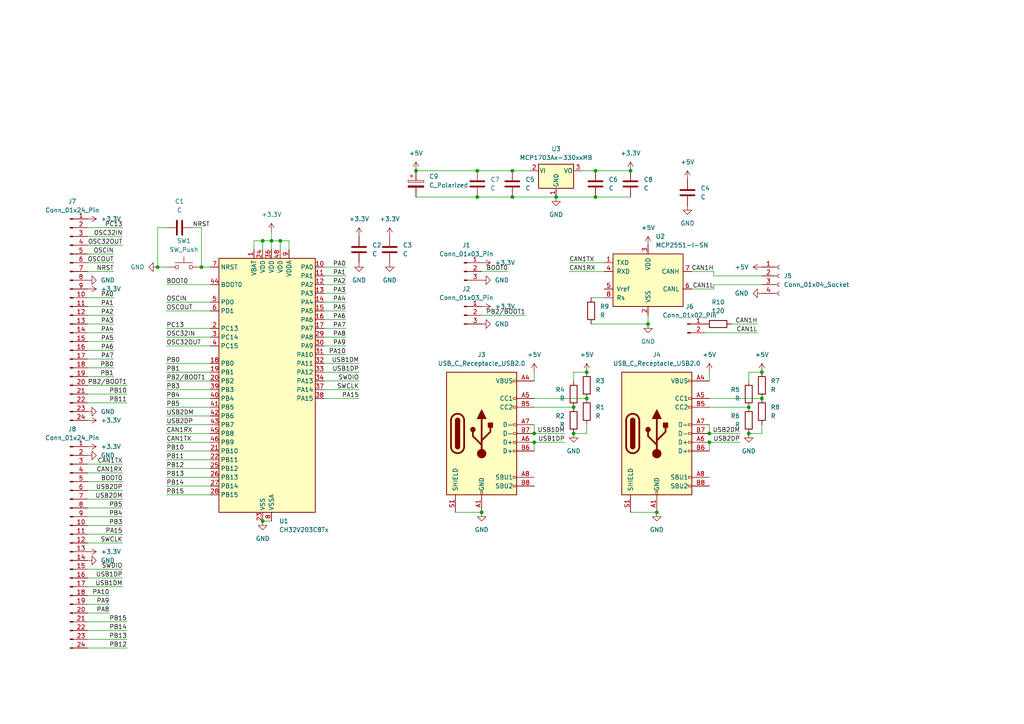
<source format=kicad_sch>
(kicad_sch (version 20230121) (generator eeschema)
  (paper "A4")
  (lib_symbols
    (symbol "Connector:Conn_01x02_Pin" (pin_names (offset 1.016) hide)
      (property "Reference" "J" (at 0 2.54 0))
      (property "Value" "Conn_01x02_Pin" (at 0 -5.08 0))
      (symbol "Conn_01x02_Pin_1_1"
        (polyline (pts (xy 1.27 -2.54) (xy 0.8636 -2.54)) (stroke (width 0.1524)))
        (polyline (pts (xy 1.27 0) (xy 0.8636 0)) (stroke (width 0.1524)))
        (rectangle (start 0.8636 -2.413) (end 0 -2.667) (stroke (width 0.1524)) (fill (type outline)))
        (rectangle (start 0.8636 0.127) (end 0 -0.127) (stroke (width 0.1524)) (fill (type outline)))
        (pin passive line (at 5.08 0 180) (length 3.81) (name "Pin_1") (number "1"))
        (pin passive line (at 5.08 -2.54 180) (length 3.81) (name "Pin_2") (number "2"))
      )
    )
    (symbol "Connector:Conn_01x03_Pin" (pin_names (offset 1.016) hide)
      (property "Reference" "J" (at 0 5.08 0))
      (property "Value" "Conn_01x03_Pin" (at 0 -5.08 0))
      (symbol "Conn_01x03_Pin_1_1"
        (polyline (pts (xy 1.27 -2.54) (xy 0.8636 -2.54)) (stroke (width 0.1524)))
        (polyline (pts (xy 1.27 0) (xy 0.8636 0)) (stroke (width 0.1524)))
        (polyline (pts (xy 1.27 2.54) (xy 0.8636 2.54)) (stroke (width 0.1524)))
        (rectangle (start 0.8636 -2.413) (end 0 -2.667) (stroke (width 0.1524)) (fill (type outline)))
        (rectangle (start 0.8636 0.127) (end 0 -0.127) (stroke (width 0.1524)) (fill (type outline)))
        (rectangle (start 0.8636 2.667) (end 0 2.413) (stroke (width 0.1524)) (fill (type outline)))
        (pin passive line (at 5.08 2.54 180) (length 3.81) (name "Pin_1") (number "1"))
        (pin passive line (at 5.08 0 180) (length 3.81) (name "Pin_2") (number "2"))
        (pin passive line (at 5.08 -2.54 180) (length 3.81) (name "Pin_3") (number "3"))
      )
    )
    (symbol "Connector:Conn_01x04_Socket" (pin_names (offset 1.016) hide)
      (property "Reference" "J" (at 0 5.08 0))
      (property "Value" "Conn_01x04_Socket" (at 0 -7.62 0))
      (symbol "Conn_01x04_Socket_1_1"
        (arc (start 0 -4.572) (mid -0.5058 -5.08) (end 0 -5.588) (stroke (width 0.1524)))
        (arc (start 0 -2.032) (mid -0.5058 -2.54) (end 0 -3.048) (stroke (width 0.1524)))
        (polyline (pts (xy -1.27 -5.08) (xy -0.508 -5.08)) (stroke (width 0.1524)))
        (polyline (pts (xy -1.27 -2.54) (xy -0.508 -2.54)) (stroke (width 0.1524)))
        (polyline (pts (xy -1.27 0) (xy -0.508 0)) (stroke (width 0.1524)))
        (polyline (pts (xy -1.27 2.54) (xy -0.508 2.54)) (stroke (width 0.1524)))
        (arc (start 0 0.508) (mid -0.5058 0) (end 0 -0.508) (stroke (width 0.1524)))
        (arc (start 0 3.048) (mid -0.5058 2.54) (end 0 2.032) (stroke (width 0.1524)))
        (pin passive line (at -5.08 2.54 0) (length 3.81) (name "Pin_1") (number "1"))
        (pin passive line (at -5.08 0 0) (length 3.81) (name "Pin_2") (number "2"))
        (pin passive line (at -5.08 -2.54 0) (length 3.81) (name "Pin_3") (number "3"))
        (pin passive line (at -5.08 -5.08 0) (length 3.81) (name "Pin_4") (number "4"))
      )
    )
    (symbol "Connector:Conn_01x24_Pin" (pin_names (offset 1.016) hide)
      (property "Reference" "J" (at 0 30.48 0))
      (property "Value" "Conn_01x24_Pin" (at 0 -33.02 0))
      (symbol "Conn_01x24_Pin_1_1"
        (polyline (pts (xy 1.27 -30.48) (xy 0.8636 -30.48)) (stroke (width 0.1524)))
        (polyline (pts (xy 1.27 -27.94) (xy 0.8636 -27.94)) (stroke (width 0.1524)))
        (polyline (pts (xy 1.27 -25.4) (xy 0.8636 -25.4)) (stroke (width 0.1524)))
        (polyline (pts (xy 1.27 -22.86) (xy 0.8636 -22.86)) (stroke (width 0.1524)))
        (polyline (pts (xy 1.27 -20.32) (xy 0.8636 -20.32)) (stroke (width 0.1524)))
        (polyline (pts (xy 1.27 -17.78) (xy 0.8636 -17.78)) (stroke (width 0.1524)))
        (polyline (pts (xy 1.27 -15.24) (xy 0.8636 -15.24)) (stroke (width 0.1524)))
        (polyline (pts (xy 1.27 -12.7) (xy 0.8636 -12.7)) (stroke (width 0.1524)))
        (polyline (pts (xy 1.27 -10.16) (xy 0.8636 -10.16)) (stroke (width 0.1524)))
        (polyline (pts (xy 1.27 -7.62) (xy 0.8636 -7.62)) (stroke (width 0.1524)))
        (polyline (pts (xy 1.27 -5.08) (xy 0.8636 -5.08)) (stroke (width 0.1524)))
        (polyline (pts (xy 1.27 -2.54) (xy 0.8636 -2.54)) (stroke (width 0.1524)))
        (polyline (pts (xy 1.27 0) (xy 0.8636 0)) (stroke (width 0.1524)))
        (polyline (pts (xy 1.27 2.54) (xy 0.8636 2.54)) (stroke (width 0.1524)))
        (polyline (pts (xy 1.27 5.08) (xy 0.8636 5.08)) (stroke (width 0.1524)))
        (polyline (pts (xy 1.27 7.62) (xy 0.8636 7.62)) (stroke (width 0.1524)))
        (polyline (pts (xy 1.27 10.16) (xy 0.8636 10.16)) (stroke (width 0.1524)))
        (polyline (pts (xy 1.27 12.7) (xy 0.8636 12.7)) (stroke (width 0.1524)))
        (polyline (pts (xy 1.27 15.24) (xy 0.8636 15.24)) (stroke (width 0.1524)))
        (polyline (pts (xy 1.27 17.78) (xy 0.8636 17.78)) (stroke (width 0.1524)))
        (polyline (pts (xy 1.27 20.32) (xy 0.8636 20.32)) (stroke (width 0.1524)))
        (polyline (pts (xy 1.27 22.86) (xy 0.8636 22.86)) (stroke (width 0.1524)))
        (polyline (pts (xy 1.27 25.4) (xy 0.8636 25.4)) (stroke (width 0.1524)))
        (polyline (pts (xy 1.27 27.94) (xy 0.8636 27.94)) (stroke (width 0.1524)))
        (rectangle (start 0.8636 -30.353) (end 0 -30.607) (stroke (width 0.1524)) (fill (type outline)))
        (rectangle (start 0.8636 -27.813) (end 0 -28.067) (stroke (width 0.1524)) (fill (type outline)))
        (rectangle (start 0.8636 -25.273) (end 0 -25.527) (stroke (width 0.1524)) (fill (type outline)))
        (rectangle (start 0.8636 -22.733) (end 0 -22.987) (stroke (width 0.1524)) (fill (type outline)))
        (rectangle (start 0.8636 -20.193) (end 0 -20.447) (stroke (width 0.1524)) (fill (type outline)))
        (rectangle (start 0.8636 -17.653) (end 0 -17.907) (stroke (width 0.1524)) (fill (type outline)))
        (rectangle (start 0.8636 -15.113) (end 0 -15.367) (stroke (width 0.1524)) (fill (type outline)))
        (rectangle (start 0.8636 -12.573) (end 0 -12.827) (stroke (width 0.1524)) (fill (type outline)))
        (rectangle (start 0.8636 -10.033) (end 0 -10.287) (stroke (width 0.1524)) (fill (type outline)))
        (rectangle (start 0.8636 -7.493) (end 0 -7.747) (stroke (width 0.1524)) (fill (type outline)))
        (rectangle (start 0.8636 -4.953) (end 0 -5.207) (stroke (width 0.1524)) (fill (type outline)))
        (rectangle (start 0.8636 -2.413) (end 0 -2.667) (stroke (width 0.1524)) (fill (type outline)))
        (rectangle (start 0.8636 0.127) (end 0 -0.127) (stroke (width 0.1524)) (fill (type outline)))
        (rectangle (start 0.8636 2.667) (end 0 2.413) (stroke (width 0.1524)) (fill (type outline)))
        (rectangle (start 0.8636 5.207) (end 0 4.953) (stroke (width 0.1524)) (fill (type outline)))
        (rectangle (start 0.8636 7.747) (end 0 7.493) (stroke (width 0.1524)) (fill (type outline)))
        (rectangle (start 0.8636 10.287) (end 0 10.033) (stroke (width 0.1524)) (fill (type outline)))
        (rectangle (start 0.8636 12.827) (end 0 12.573) (stroke (width 0.1524)) (fill (type outline)))
        (rectangle (start 0.8636 15.367) (end 0 15.113) (stroke (width 0.1524)) (fill (type outline)))
        (rectangle (start 0.8636 17.907) (end 0 17.653) (stroke (width 0.1524)) (fill (type outline)))
        (rectangle (start 0.8636 20.447) (end 0 20.193) (stroke (width 0.1524)) (fill (type outline)))
        (rectangle (start 0.8636 22.987) (end 0 22.733) (stroke (width 0.1524)) (fill (type outline)))
        (rectangle (start 0.8636 25.527) (end 0 25.273) (stroke (width 0.1524)) (fill (type outline)))
        (rectangle (start 0.8636 28.067) (end 0 27.813) (stroke (width 0.1524)) (fill (type outline)))
        (pin passive line (at 5.08 27.94 180) (length 3.81) (name "Pin_1") (number "1"))
        (pin passive line (at 5.08 5.08 180) (length 3.81) (name "Pin_10") (number "10"))
        (pin passive line (at 5.08 2.54 180) (length 3.81) (name "Pin_11") (number "11"))
        (pin passive line (at 5.08 0 180) (length 3.81) (name "Pin_12") (number "12"))
        (pin passive line (at 5.08 -2.54 180) (length 3.81) (name "Pin_13") (number "13"))
        (pin passive line (at 5.08 -5.08 180) (length 3.81) (name "Pin_14") (number "14"))
        (pin passive line (at 5.08 -7.62 180) (length 3.81) (name "Pin_15") (number "15"))
        (pin passive line (at 5.08 -10.16 180) (length 3.81) (name "Pin_16") (number "16"))
        (pin passive line (at 5.08 -12.7 180) (length 3.81) (name "Pin_17") (number "17"))
        (pin passive line (at 5.08 -15.24 180) (length 3.81) (name "Pin_18") (number "18"))
        (pin passive line (at 5.08 -17.78 180) (length 3.81) (name "Pin_19") (number "19"))
        (pin passive line (at 5.08 25.4 180) (length 3.81) (name "Pin_2") (number "2"))
        (pin passive line (at 5.08 -20.32 180) (length 3.81) (name "Pin_20") (number "20"))
        (pin passive line (at 5.08 -22.86 180) (length 3.81) (name "Pin_21") (number "21"))
        (pin passive line (at 5.08 -25.4 180) (length 3.81) (name "Pin_22") (number "22"))
        (pin passive line (at 5.08 -27.94 180) (length 3.81) (name "Pin_23") (number "23"))
        (pin passive line (at 5.08 -30.48 180) (length 3.81) (name "Pin_24") (number "24"))
        (pin passive line (at 5.08 22.86 180) (length 3.81) (name "Pin_3") (number "3"))
        (pin passive line (at 5.08 20.32 180) (length 3.81) (name "Pin_4") (number "4"))
        (pin passive line (at 5.08 17.78 180) (length 3.81) (name "Pin_5") (number "5"))
        (pin passive line (at 5.08 15.24 180) (length 3.81) (name "Pin_6") (number "6"))
        (pin passive line (at 5.08 12.7 180) (length 3.81) (name "Pin_7") (number "7"))
        (pin passive line (at 5.08 10.16 180) (length 3.81) (name "Pin_8") (number "8"))
        (pin passive line (at 5.08 7.62 180) (length 3.81) (name "Pin_9") (number "9"))
      )
    )
    (symbol "Connector:USB_C_Receptacle_USB2.0" (pin_names (offset 1.016))
      (property "Reference" "J" (at -10.16 19.05 0))
      (property "Value" "USB_C_Receptacle_USB2.0" (at 19.05 19.05 0))
      (symbol "USB_C_Receptacle_USB2.0_0_0"
        (rectangle (start -0.254 -17.78) (end 0.254 -16.764))
        (rectangle (start 10.16 -14.986) (end 9.144 -15.494))
        (rectangle (start 10.16 -12.446) (end 9.144 -12.954))
        (rectangle (start 10.16 -4.826) (end 9.144 -5.334))
        (rectangle (start 10.16 -2.286) (end 9.144 -2.794))
        (rectangle (start 10.16 0.254) (end 9.144 -0.254))
        (rectangle (start 10.16 2.794) (end 9.144 2.286))
        (rectangle (start 10.16 7.874) (end 9.144 7.366))
        (rectangle (start 10.16 10.414) (end 9.144 9.906))
        (rectangle (start 10.16 15.494) (end 9.144 14.986))
      )
      (symbol "USB_C_Receptacle_USB2.0_0_1"
        (rectangle (start -10.16 17.78) (end 10.16 -17.78) (stroke (width 0.254)) (fill (type background)))
        (arc (start -8.89 -3.81) (mid -6.985 -5.7067) (end -5.08 -3.81) (stroke (width 0.508)))
        (arc (start -7.62 -3.81) (mid -6.985 -4.4423) (end -6.35 -3.81) (stroke (width 0.254)))
        (arc (start -7.62 -3.81) (mid -6.985 -4.4423) (end -6.35 -3.81) (stroke (width 0.254)) (fill (type outline)))
        (rectangle (start -7.62 -3.81) (end -6.35 3.81) (stroke (width 0.254)) (fill (type outline)))
        (arc (start -6.35 3.81) (mid -6.985 4.4423) (end -7.62 3.81) (stroke (width 0.254)))
        (arc (start -6.35 3.81) (mid -6.985 4.4423) (end -7.62 3.81) (stroke (width 0.254)) (fill (type outline)))
        (arc (start -5.08 3.81) (mid -6.985 5.7067) (end -8.89 3.81) (stroke (width 0.508)))
        (circle (center -2.54 1.143) (radius 0.635) (stroke (width 0.254)) (fill (type outline)))
        (circle (center 0 -5.842) (radius 1.27) (fill (type outline)))
        (polyline (pts (xy -8.89 -3.81) (xy -8.89 3.81)) (stroke (width 0.508)))
        (polyline (pts (xy -5.08 3.81) (xy -5.08 -3.81)) (stroke (width 0.508)))
        (polyline (pts (xy 0 -5.842) (xy 0 4.318)) (stroke (width 0.508)))
        (polyline (pts (xy 0 -3.302) (xy -2.54 -0.762) (xy -2.54 0.508)) (stroke (width 0.508)))
        (polyline (pts (xy 0 -2.032) (xy 2.54 0.508) (xy 2.54 1.778)) (stroke (width 0.508)))
        (polyline (pts (xy -1.27 4.318) (xy 0 6.858) (xy 1.27 4.318) (xy -1.27 4.318)) (stroke (width 0.254)) (fill (type outline)))
        (rectangle (start 1.905 1.778) (end 3.175 3.048) (stroke (width 0.254)) (fill (type outline)))
      )
      (symbol "USB_C_Receptacle_USB2.0_1_1"
        (pin passive line (at 0 -22.86 90) (length 5.08) (name "GND") (number "A1"))
        (pin passive line (at 0 -22.86 90) (length 5.08) hide (name "GND") (number "A12"))
        (pin passive line (at 15.24 15.24 180) (length 5.08) (name "VBUS") (number "A4"))
        (pin bidirectional line (at 15.24 10.16 180) (length 5.08) (name "CC1") (number "A5"))
        (pin bidirectional line (at 15.24 -2.54 180) (length 5.08) (name "D+") (number "A6"))
        (pin bidirectional line (at 15.24 2.54 180) (length 5.08) (name "D-") (number "A7"))
        (pin bidirectional line (at 15.24 -12.7 180) (length 5.08) (name "SBU1") (number "A8"))
        (pin passive line (at 15.24 15.24 180) (length 5.08) hide (name "VBUS") (number "A9"))
        (pin passive line (at 0 -22.86 90) (length 5.08) hide (name "GND") (number "B1"))
        (pin passive line (at 0 -22.86 90) (length 5.08) hide (name "GND") (number "B12"))
        (pin passive line (at 15.24 15.24 180) (length 5.08) hide (name "VBUS") (number "B4"))
        (pin bidirectional line (at 15.24 7.62 180) (length 5.08) (name "CC2") (number "B5"))
        (pin bidirectional line (at 15.24 -5.08 180) (length 5.08) (name "D+") (number "B6"))
        (pin bidirectional line (at 15.24 0 180) (length 5.08) (name "D-") (number "B7"))
        (pin bidirectional line (at 15.24 -15.24 180) (length 5.08) (name "SBU2") (number "B8"))
        (pin passive line (at 15.24 15.24 180) (length 5.08) hide (name "VBUS") (number "B9"))
        (pin passive line (at -7.62 -22.86 90) (length 5.08) (name "SHIELD") (number "S1"))
      )
    )
    (symbol "Device:C" (pin_numbers hide) (pin_names (offset 0.254))
      (property "Reference" "C" (at 0.635 2.54 0))
      (property "Value" "C" (at 0.635 -2.54 0))
      (symbol "C_0_1"
        (polyline (pts (xy -2.032 -0.762) (xy 2.032 -0.762)) (stroke (width 0.508)))
        (polyline (pts (xy -2.032 0.762) (xy 2.032 0.762)) (stroke (width 0.508)))
      )
      (symbol "C_1_1"
        (pin passive line (at 0 3.81 270) (length 2.794) (name "~") (number "1"))
        (pin passive line (at 0 -3.81 90) (length 2.794) (name "~") (number "2"))
      )
    )
    (symbol "Device:C_Polarized" (pin_numbers hide) (pin_names (offset 0.254))
      (property "Reference" "C" (at 0.635 2.54 0))
      (property "Value" "C_Polarized" (at 0.635 -2.54 0))
      (symbol "C_Polarized_0_1"
        (rectangle (start -2.286 0.508) (end 2.286 1.016))
        (polyline (pts (xy -1.778 2.286) (xy -0.762 2.286)))
        (polyline (pts (xy -1.27 2.794) (xy -1.27 1.778)))
        (rectangle (start 2.286 -0.508) (end -2.286 -1.016) (fill (type outline)))
      )
      (symbol "C_Polarized_1_1"
        (pin passive line (at 0 3.81 270) (length 2.794) (name "~") (number "1"))
        (pin passive line (at 0 -3.81 90) (length 2.794) (name "~") (number "2"))
      )
    )
    (symbol "Device:R" (pin_numbers hide) (pin_names (offset 0))
      (property "Reference" "R" (at 2.032 0 90))
      (property "Value" "R" (at 0 0 90))
      (symbol "R_0_1"
        (rectangle (start -1.016 -2.54) (end 1.016 2.54) (stroke (width 0.254)))
      )
      (symbol "R_1_1"
        (pin passive line (at 0 3.81 270) (length 1.27) (name "~") (number "1"))
        (pin passive line (at 0 -3.81 90) (length 1.27) (name "~") (number "2"))
      )
    )
    (symbol "Interface_CAN_LIN:MCP2551-I-SN" (pin_names (offset 1.016))
      (property "Reference" "U" (at -10.16 8.89 0))
      (property "Value" "MCP2551-I-SN" (at 2.54 8.89 0))
      (symbol "MCP2551-I-SN_0_1"
        (rectangle (start -10.16 7.62) (end 10.16 -7.62) (stroke (width 0.254)) (fill (type background)))
      )
      (symbol "MCP2551-I-SN_1_1"
        (pin input line (at -12.7 5.08 0) (length 2.54) (name "TXD") (number "1"))
        (pin power_in line (at 0 -10.16 90) (length 2.54) (name "VSS") (number "2"))
        (pin power_in line (at 0 10.16 270) (length 2.54) (name "VDD") (number "3"))
        (pin output line (at -12.7 2.54 0) (length 2.54) (name "RXD") (number "4"))
        (pin power_out line (at -12.7 -2.54 0) (length 2.54) (name "Vref") (number "5"))
        (pin bidirectional line (at 12.7 -2.54 180) (length 2.54) (name "CANL") (number "6"))
        (pin bidirectional line (at 12.7 2.54 180) (length 2.54) (name "CANH") (number "7"))
        (pin input line (at -12.7 -5.08 0) (length 2.54) (name "Rs") (number "8"))
      )
    )
    (symbol "MCU_WCH_CH32:CH32V203C8Tx"
      (property "Reference" "U" (at -12.7 39.37 0))
      (property "Value" "CH32V203C8Tx" (at 10.16 39.37 0))
      (symbol "CH32V203C8Tx_0_1"
        (rectangle (start -12.7 -35.56) (end 15.24 38.1) (stroke (width 0.254)) (fill (type background)))
      )
      (symbol "CH32V203C8Tx_1_1"
        (pin power_in line (at -2.54 40.64 270) (length 2.54) (name "VBAT") (number "1"))
        (pin bidirectional line (at 17.78 35.56 180) (length 2.54) (name "PA0") (number "10"))
        (pin bidirectional line (at 17.78 33.02 180) (length 2.54) (name "PA1") (number "11"))
        (pin bidirectional line (at 17.78 30.48 180) (length 2.54) (name "PA2") (number "12"))
        (pin bidirectional line (at 17.78 27.94 180) (length 2.54) (name "PA3") (number "13"))
        (pin bidirectional line (at 17.78 25.4 180) (length 2.54) (name "PA4") (number "14"))
        (pin bidirectional line (at 17.78 22.86 180) (length 2.54) (name "PA5") (number "15"))
        (pin bidirectional line (at 17.78 20.32 180) (length 2.54) (name "PA6") (number "16"))
        (pin bidirectional line (at 17.78 17.78 180) (length 2.54) (name "PA7") (number "17"))
        (pin bidirectional line (at -15.24 7.62 0) (length 2.54) (name "PB0") (number "18"))
        (pin bidirectional line (at -15.24 5.08 0) (length 2.54) (name "PB1") (number "19"))
        (pin bidirectional line (at -15.24 17.78 0) (length 2.54) (name "PC13") (number "2"))
        (pin bidirectional line (at -15.24 2.54 0) (length 2.54) (name "PB2") (number "20"))
        (pin bidirectional line (at -15.24 -17.78 0) (length 2.54) (name "PB10") (number "21"))
        (pin bidirectional line (at -15.24 -20.32 0) (length 2.54) (name "PB11") (number "22"))
        (pin power_in line (at 0 -38.1 90) (length 2.54) (name "VSS") (number "23"))
        (pin power_in line (at 0 40.64 270) (length 2.54) (name "VDD") (number "24"))
        (pin bidirectional line (at -15.24 -22.86 0) (length 2.54) (name "PB12") (number "25"))
        (pin bidirectional line (at -15.24 -25.4 0) (length 2.54) (name "PB13") (number "26"))
        (pin bidirectional line (at -15.24 -27.94 0) (length 2.54) (name "PB14") (number "27"))
        (pin bidirectional line (at -15.24 -30.48 0) (length 2.54) (name "PB15") (number "28"))
        (pin bidirectional line (at 17.78 15.24 180) (length 2.54) (name "PA8") (number "29"))
        (pin bidirectional line (at -15.24 15.24 0) (length 2.54) (name "PC14") (number "3"))
        (pin bidirectional line (at 17.78 12.7 180) (length 2.54) (name "PA9") (number "30"))
        (pin bidirectional line (at 17.78 10.16 180) (length 2.54) (name "PA10") (number "31"))
        (pin bidirectional line (at 17.78 7.62 180) (length 2.54) (name "PA11") (number "32"))
        (pin bidirectional line (at 17.78 5.08 180) (length 2.54) (name "PA12") (number "33"))
        (pin bidirectional line (at 17.78 2.54 180) (length 2.54) (name "PA13") (number "34"))
        (pin passive line (at 0 -38.1 90) (length 2.54) hide (name "VSS") (number "35"))
        (pin power_in line (at 2.54 40.64 270) (length 2.54) (name "VDD") (number "36"))
        (pin bidirectional line (at 17.78 0 180) (length 2.54) (name "PA14") (number "37"))
        (pin bidirectional line (at 17.78 -2.54 180) (length 2.54) (name "PA15") (number "38"))
        (pin bidirectional line (at -15.24 0 0) (length 2.54) (name "PB3") (number "39"))
        (pin bidirectional line (at -15.24 12.7 0) (length 2.54) (name "PC15") (number "4"))
        (pin bidirectional line (at -15.24 -2.54 0) (length 2.54) (name "PB4") (number "40"))
        (pin bidirectional line (at -15.24 -5.08 0) (length 2.54) (name "PB5") (number "41"))
        (pin bidirectional line (at -15.24 -7.62 0) (length 2.54) (name "PB6") (number "42"))
        (pin bidirectional line (at -15.24 -10.16 0) (length 2.54) (name "PB7") (number "43"))
        (pin input line (at -15.24 30.48 0) (length 2.54) (name "BOOT0") (number "44"))
        (pin bidirectional line (at -15.24 -12.7 0) (length 2.54) (name "PB8") (number "45"))
        (pin bidirectional line (at -15.24 -15.24 0) (length 2.54) (name "PB9") (number "46"))
        (pin passive line (at 0 -38.1 90) (length 2.54) hide (name "VSS") (number "47"))
        (pin power_in line (at 5.08 40.64 270) (length 2.54) (name "VDD") (number "48"))
        (pin passive line (at 0 -38.1 90) (length 2.54) hide (name "VSS") (number "49"))
        (pin bidirectional line (at -15.24 25.4 0) (length 2.54) (name "PD0") (number "5"))
        (pin bidirectional line (at -15.24 22.86 0) (length 2.54) (name "PD1") (number "6"))
        (pin input line (at -15.24 35.56 0) (length 2.54) (name "NRST") (number "7"))
        (pin power_in line (at 2.54 -38.1 90) (length 2.54) (name "VSSA") (number "8"))
        (pin power_in line (at 7.62 40.64 270) (length 2.54) (name "VDDA") (number "9"))
      )
    )
    (symbol "Regulator_Linear:MCP1703Ax-330xxMB" (pin_names (offset 0.254))
      (property "Reference" "U" (at -3.81 3.175 0))
      (property "Value" "MCP1703Ax-330xxMB" (at 0 3.175 0))
      (symbol "MCP1703Ax-330xxMB_0_1"
        (rectangle (start -5.08 -5.08) (end 5.08 1.905) (stroke (width 0.254)) (fill (type background)))
      )
      (symbol "MCP1703Ax-330xxMB_1_1"
        (pin power_in line (at 0 -7.62 90) (length 2.54) (name "GND") (number "1"))
        (pin power_in line (at -7.62 0 0) (length 2.54) (name "VI") (number "2"))
        (pin power_out line (at 7.62 0 180) (length 2.54) (name "VO") (number "3"))
      )
    )
    (symbol "Switch:SW_Push" (pin_numbers hide) (pin_names (offset 1.016) hide)
      (property "Reference" "SW" (at 1.27 2.54 0))
      (property "Value" "SW_Push" (at 0 -1.524 0))
      (symbol "SW_Push_0_1"
        (circle (center -2.032 0) (radius 0.508))
        (polyline (pts (xy 0 1.27) (xy 0 3.048)))
        (polyline (pts (xy 2.54 1.27) (xy -2.54 1.27)))
        (circle (center 2.032 0) (radius 0.508))
        (pin passive line (at -5.08 0 0) (length 2.54) (name "1") (number "1"))
        (pin passive line (at 5.08 0 180) (length 2.54) (name "2") (number "2"))
      )
    )
    (symbol "power:+3.3V" (power) (pin_names (offset 0))
      (property "Value" "+3.3V" (at 0 3.556 0))
      (symbol "+3.3V_0_1"
        (polyline (pts (xy -0.762 1.27) (xy 0 2.54)))
        (polyline (pts (xy 0 0) (xy 0 2.54)))
        (polyline (pts (xy 0 2.54) (xy 0.762 1.27)))
      )
      (symbol "+3.3V_1_1"
        (pin power_in line (at 0 0 90) (length 0) hide (name "+3.3V") (number "1"))
      )
    )
    (symbol "power:+5V" (power) (pin_names (offset 0))
      (property "Value" "+5V" (at 0 3.556 0))
      (symbol "+5V_0_1"
        (polyline (pts (xy -0.762 1.27) (xy 0 2.54)))
        (polyline (pts (xy 0 0) (xy 0 2.54)))
        (polyline (pts (xy 0 2.54) (xy 0.762 1.27)))
      )
      (symbol "+5V_1_1"
        (pin power_in line (at 0 0 90) (length 0) hide (name "+5V") (number "1"))
      )
    )
    (symbol "power:GND" (power) (pin_names (offset 0))
      (property "Value" "GND" (at 0 -3.81 0))
      (symbol "GND_0_1"
        (polyline (pts (xy 0 0) (xy 0 -1.27) (xy 1.27 -1.27) (xy 0 -2.54) (xy -1.27 -1.27) (xy 0 -1.27)))
      )
      (symbol "GND_1_1"
        (pin power_in line (at 0 0 270) (length 0) hide (name "GND") (number "1"))
      )
    )
  )
  (junction (at 170.18 107.95))
  (junction (at 205.74 128.27))
  (junction (at 76.2 151.13))
  (junction (at 148.59 57.15))
  (junction (at 172.72 49.53))
  (junction (at 217.17 125.73))
  (junction (at 154.94 125.73))
  (junction (at 217.17 118.11))
  (junction (at 205.74 125.73))
  (junction (at 58.42 77.47))
  (junction (at 120.65 49.53))
  (junction (at 139.7 148.59))
  (junction (at 220.98 107.95))
  (junction (at 138.43 49.53))
  (junction (at 220.98 115.57))
  (junction (at 182.88 49.53))
  (junction (at 138.43 57.15))
  (junction (at 166.37 125.73))
  (junction (at 161.29 57.15))
  (junction (at 172.72 57.15))
  (junction (at 190.5 148.59))
  (junction (at 76.2 69.85))
  (junction (at 45.72 77.47))
  (junction (at 187.96 93.98))
  (junction (at 78.74 69.85))
  (junction (at 81.28 69.85))
  (junction (at 170.18 115.57))
  (junction (at 154.94 128.27))
  (junction (at 166.37 118.11))
  (junction (at 148.59 49.53))
  (wire (pts (xy 207.01 78.74) (xy 207.01 80.01)))
  (wire (pts (xy 36.83 116.84) (xy 25.4 116.84)))
  (wire (pts (xy 48.26 128.27) (xy 60.96 128.27)))
  (wire (pts (xy 48.26 115.57) (xy 60.96 115.57)))
  (wire (pts (xy 214.63 128.27) (xy 205.74 128.27)))
  (wire (pts (xy 33.02 104.14) (xy 25.4 104.14)))
  (wire (pts (xy 35.56 66.04) (xy 25.4 66.04)))
  (wire (pts (xy 207.01 80.01) (xy 220.98 80.01)))
  (wire (pts (xy 48.26 140.97) (xy 60.96 140.97)))
  (wire (pts (xy 100.33 97.79) (xy 93.98 97.79)))
  (wire (pts (xy 78.74 67.31) (xy 78.74 69.85)))
  (wire (pts (xy 48.26 95.25) (xy 60.96 95.25)))
  (wire (pts (xy 207.01 83.82) (xy 200.66 83.82)))
  (wire (pts (xy 76.2 69.85) (xy 78.74 69.85)))
  (wire (pts (xy 148.59 57.15) (xy 161.29 57.15)))
  (wire (pts (xy 76.2 69.85) (xy 76.2 72.39)))
  (wire (pts (xy 170.18 107.95) (xy 166.37 107.95)))
  (wire (pts (xy 36.83 182.88) (xy 25.4 182.88)))
  (wire (pts (xy 35.56 147.32) (xy 25.4 147.32)))
  (wire (pts (xy 48.26 120.65) (xy 60.96 120.65)))
  (wire (pts (xy 45.72 66.04) (xy 45.72 77.47)))
  (wire (pts (xy 48.26 97.79) (xy 60.96 97.79)))
  (wire (pts (xy 35.56 144.78) (xy 25.4 144.78)))
  (wire (pts (xy 182.88 148.59) (xy 190.5 148.59)))
  (wire (pts (xy 31.75 177.8) (xy 25.4 177.8)))
  (wire (pts (xy 48.26 113.03) (xy 60.96 113.03)))
  (wire (pts (xy 205.74 115.57) (xy 220.98 115.57)))
  (wire (pts (xy 36.83 185.42) (xy 25.4 185.42)))
  (wire (pts (xy 48.26 130.81) (xy 60.96 130.81)))
  (wire (pts (xy 100.33 80.01) (xy 93.98 80.01)))
  (wire (pts (xy 48.26 138.43) (xy 60.96 138.43)))
  (wire (pts (xy 36.83 111.76) (xy 25.4 111.76)))
  (wire (pts (xy 33.02 88.9) (xy 25.4 88.9)))
  (wire (pts (xy 33.02 78.74) (xy 25.4 78.74)))
  (wire (pts (xy 31.75 172.72) (xy 25.4 172.72)))
  (wire (pts (xy 35.56 154.94) (xy 25.4 154.94)))
  (wire (pts (xy 35.56 71.12) (xy 25.4 71.12)))
  (wire (pts (xy 36.83 180.34) (xy 25.4 180.34)))
  (wire (pts (xy 33.02 99.06) (xy 25.4 99.06)))
  (wire (pts (xy 78.74 69.85) (xy 78.74 72.39)))
  (wire (pts (xy 138.43 49.53) (xy 148.59 49.53)))
  (wire (pts (xy 35.56 157.48) (xy 25.4 157.48)))
  (wire (pts (xy 58.42 66.04) (xy 58.42 77.47)))
  (wire (pts (xy 166.37 118.11) (xy 154.94 118.11)))
  (wire (pts (xy 48.26 123.19) (xy 60.96 123.19)))
  (wire (pts (xy 100.33 90.17) (xy 93.98 90.17)))
  (wire (pts (xy 35.56 134.62) (xy 25.4 134.62)))
  (wire (pts (xy 33.02 86.36) (xy 25.4 86.36)))
  (wire (pts (xy 166.37 125.73) (xy 170.18 125.73)))
  (wire (pts (xy 73.66 72.39) (xy 73.66 69.85)))
  (wire (pts (xy 152.4 91.44) (xy 139.7 91.44)))
  (wire (pts (xy 154.94 123.19) (xy 154.94 125.73)))
  (wire (pts (xy 104.14 105.41) (xy 93.98 105.41)))
  (wire (pts (xy 207.01 82.55) (xy 220.98 82.55)))
  (wire (pts (xy 55.88 66.04) (xy 58.42 66.04)))
  (wire (pts (xy 148.59 49.53) (xy 153.67 49.53)))
  (wire (pts (xy 205.74 123.19) (xy 205.74 125.73)))
  (wire (pts (xy 205.74 128.27) (xy 205.74 130.81)))
  (wire (pts (xy 171.45 86.36) (xy 175.26 86.36)))
  (wire (pts (xy 35.56 165.1) (xy 25.4 165.1)))
  (wire (pts (xy 120.65 49.53) (xy 138.43 49.53)))
  (wire (pts (xy 163.83 128.27) (xy 154.94 128.27)))
  (wire (pts (xy 33.02 91.44) (xy 25.4 91.44)))
  (wire (pts (xy 104.14 113.03) (xy 93.98 113.03)))
  (wire (pts (xy 36.83 114.3) (xy 25.4 114.3)))
  (wire (pts (xy 48.26 143.51) (xy 60.96 143.51)))
  (wire (pts (xy 100.33 77.47) (xy 93.98 77.47)))
  (wire (pts (xy 48.26 82.55) (xy 60.96 82.55)))
  (wire (pts (xy 48.26 66.04) (xy 45.72 66.04)))
  (wire (pts (xy 187.96 93.98) (xy 171.45 93.98)))
  (wire (pts (xy 219.71 93.98) (xy 212.09 93.98)))
  (wire (pts (xy 100.33 100.33) (xy 93.98 100.33)))
  (wire (pts (xy 132.08 148.59) (xy 139.7 148.59)))
  (wire (pts (xy 48.26 135.89) (xy 60.96 135.89)))
  (wire (pts (xy 154.94 107.95) (xy 154.94 110.49)))
  (wire (pts (xy 83.82 69.85) (xy 83.82 72.39)))
  (wire (pts (xy 58.42 77.47) (xy 60.96 77.47)))
  (wire (pts (xy 36.83 187.96) (xy 25.4 187.96)))
  (wire (pts (xy 35.56 137.16) (xy 25.4 137.16)))
  (wire (pts (xy 100.33 92.71) (xy 93.98 92.71)))
  (wire (pts (xy 48.26 118.11) (xy 60.96 118.11)))
  (wire (pts (xy 217.17 125.73) (xy 220.98 125.73)))
  (wire (pts (xy 214.63 125.73) (xy 205.74 125.73)))
  (wire (pts (xy 154.94 128.27) (xy 154.94 130.81)))
  (wire (pts (xy 219.71 96.52) (xy 204.47 96.52)))
  (wire (pts (xy 104.14 107.95) (xy 93.98 107.95)))
  (wire (pts (xy 48.26 133.35) (xy 60.96 133.35)))
  (wire (pts (xy 165.1 76.2) (xy 175.26 76.2)))
  (wire (pts (xy 33.02 76.2) (xy 25.4 76.2)))
  (wire (pts (xy 163.83 125.73) (xy 154.94 125.73)))
  (wire (pts (xy 35.56 152.4) (xy 25.4 152.4)))
  (wire (pts (xy 165.1 78.74) (xy 175.26 78.74)))
  (wire (pts (xy 35.56 139.7) (xy 25.4 139.7)))
  (wire (pts (xy 154.94 115.57) (xy 170.18 115.57)))
  (wire (pts (xy 217.17 118.11) (xy 205.74 118.11)))
  (wire (pts (xy 48.26 107.95) (xy 60.96 107.95)))
  (wire (pts (xy 100.33 95.25) (xy 93.98 95.25)))
  (wire (pts (xy 100.33 85.09) (xy 93.98 85.09)))
  (wire (pts (xy 35.56 149.86) (xy 25.4 149.86)))
  (wire (pts (xy 48.26 90.17) (xy 60.96 90.17)))
  (wire (pts (xy 81.28 69.85) (xy 81.28 72.39)))
  (wire (pts (xy 35.56 170.18) (xy 25.4 170.18)))
  (wire (pts (xy 220.98 125.73) (xy 220.98 123.19)))
  (wire (pts (xy 147.32 78.74) (xy 139.7 78.74)))
  (wire (pts (xy 220.98 107.95) (xy 217.17 107.95)))
  (wire (pts (xy 172.72 57.15) (xy 182.88 57.15)))
  (wire (pts (xy 48.26 100.33) (xy 60.96 100.33)))
  (wire (pts (xy 120.65 57.15) (xy 138.43 57.15)))
  (wire (pts (xy 33.02 106.68) (xy 25.4 106.68)))
  (wire (pts (xy 76.2 151.13) (xy 78.74 151.13)))
  (wire (pts (xy 138.43 57.15) (xy 148.59 57.15)))
  (wire (pts (xy 168.91 49.53) (xy 172.72 49.53)))
  (wire (pts (xy 207.01 83.82) (xy 207.01 82.55)))
  (wire (pts (xy 217.17 107.95) (xy 217.17 110.49)))
  (wire (pts (xy 33.02 109.22) (xy 25.4 109.22)))
  (wire (pts (xy 207.01 78.74) (xy 200.66 78.74)))
  (wire (pts (xy 35.56 68.58) (xy 25.4 68.58)))
  (wire (pts (xy 205.74 107.95) (xy 205.74 110.49)))
  (wire (pts (xy 172.72 49.53) (xy 182.88 49.53)))
  (wire (pts (xy 100.33 102.87) (xy 93.98 102.87)))
  (wire (pts (xy 31.75 175.26) (xy 25.4 175.26)))
  (wire (pts (xy 48.26 87.63) (xy 60.96 87.63)))
  (wire (pts (xy 100.33 87.63) (xy 93.98 87.63)))
  (wire (pts (xy 104.14 110.49) (xy 93.98 110.49)))
  (wire (pts (xy 35.56 167.64) (xy 25.4 167.64)))
  (wire (pts (xy 48.26 105.41) (xy 60.96 105.41)))
  (wire (pts (xy 187.96 91.44) (xy 187.96 93.98)))
  (wire (pts (xy 33.02 93.98) (xy 25.4 93.98)))
  (wire (pts (xy 166.37 107.95) (xy 166.37 110.49)))
  (wire (pts (xy 81.28 69.85) (xy 83.82 69.85)))
  (wire (pts (xy 78.74 69.85) (xy 81.28 69.85)))
  (wire (pts (xy 100.33 82.55) (xy 93.98 82.55)))
  (wire (pts (xy 33.02 96.52) (xy 25.4 96.52)))
  (wire (pts (xy 104.14 115.57) (xy 93.98 115.57)))
  (wire (pts (xy 170.18 125.73) (xy 170.18 123.19)))
  (wire (pts (xy 45.72 77.47) (xy 48.26 77.47)))
  (wire (pts (xy 48.26 110.49) (xy 60.96 110.49)))
  (wire (pts (xy 161.29 57.15) (xy 172.72 57.15)))
  (wire (pts (xy 33.02 101.6) (xy 25.4 101.6)))
  (wire (pts (xy 73.66 69.85) (xy 76.2 69.85)))
  (wire (pts (xy 33.02 73.66) (xy 25.4 73.66)))
  (wire (pts (xy 35.56 142.24) (xy 25.4 142.24)))
  (wire (pts (xy 48.26 125.73) (xy 60.96 125.73)))
  (label "USB2DM" (at 214.63 125.73 180))
  (label "PA0" (at 33.02 86.36 180))
  (label "PA15" (at 104.14 115.57 180))
  (label "SWCLK" (at 35.56 157.48 180))
  (label "PB5" (at 48.26 118.11 0))
  (label "OSC32OUT" (at 35.56 71.12 180))
  (label "USB1DP" (at 163.83 128.27 180))
  (label "PA7" (at 33.02 104.14 180))
  (label "USB2DP" (at 214.63 128.27 180))
  (label "PB13" (at 48.26 138.43 0))
  (label "PB13" (at 36.83 185.42 180))
  (label "PA15" (at 35.56 154.94 180))
  (label "PA9" (at 100.33 100.33 180))
  (label "CAN1TX" (at 35.56 134.62 180))
  (label "USB1DM" (at 35.56 170.18 180))
  (label "PA5" (at 100.33 90.17 180))
  (label "PB2{slash}BOOT1" (at 48.26 110.49 0))
  (label "CAN1TX" (at 165.1 76.2 0))
  (label "USB1DP" (at 104.14 107.95 180))
  (label "USB1DM" (at 163.83 125.73 180))
  (label "PB1" (at 48.26 107.95 0))
  (label "OSCOUT" (at 48.26 90.17 0))
  (label "PA4" (at 100.33 87.63 180))
  (label "PB0" (at 33.02 106.68 180))
  (label "PA3" (at 33.02 93.98 180))
  (label "USB2DM" (at 48.26 120.65 0))
  (label "PA0" (at 100.33 77.47 180))
  (label "CAN1RX" (at 165.1 78.74 0))
  (label "PA2" (at 100.33 82.55 180))
  (label "OSC32IN" (at 48.26 97.79 0))
  (label "PB1" (at 33.02 109.22 180))
  (label "PB4" (at 35.56 149.86 180))
  (label "PA6" (at 33.02 101.6 180))
  (label "PA7" (at 100.33 95.25 180))
  (label "PA3" (at 100.33 85.09 180))
  (label "CAN1RX" (at 48.26 125.73 0))
  (label "CAN1TX" (at 48.26 128.27 0))
  (label "PB10" (at 36.83 114.3 180))
  (label "PB12" (at 36.83 187.96 180))
  (label "PA9" (at 31.75 175.26 180))
  (label "OSCOUT" (at 33.02 76.2 180))
  (label "PA5" (at 33.02 99.06 180))
  (label "SWDIO" (at 35.56 165.1 180))
  (label "NRST" (at 55.88 66.04 0))
  (label "USB1DM" (at 104.14 105.41 180))
  (label "PB12" (at 48.26 135.89 0))
  (label "PC13" (at 48.26 95.25 0))
  (label "PA10" (at 100.33 102.87 180))
  (label "USB2DM" (at 35.56 144.78 180))
  (label "NRST" (at 33.02 78.74 180))
  (label "PA1" (at 100.33 80.01 180))
  (label "OSCIN" (at 48.26 87.63 0))
  (label "BOOT0" (at 147.32 78.74 180))
  (label "USB1DP" (at 35.56 167.64 180))
  (label "PA8" (at 100.33 97.79 180))
  (label "PA2" (at 33.02 91.44 180))
  (label "USB2DP" (at 35.56 142.24 180))
  (label "BOOT0" (at 35.56 139.7 180))
  (label "SWCLK" (at 104.14 113.03 180))
  (label "SWDIO" (at 104.14 110.49 180))
  (label "PB11" (at 48.26 133.35 0))
  (label "CAN1L" (at 207.01 83.82 180))
  (label "PB2{slash}BOOT1" (at 36.83 111.76 180))
  (label "PB14" (at 48.26 140.97 0))
  (label "OSC32IN" (at 35.56 68.58 180))
  (label "PB3" (at 48.26 113.03 0))
  (label "CAN1RX" (at 35.56 137.16 180))
  (label "CAN1H" (at 219.71 93.98 180))
  (label "OSC32OUT" (at 48.26 100.33 0))
  (label "PB5" (at 35.56 147.32 180))
  (label "USB2DP" (at 48.26 123.19 0))
  (label "BOOT0" (at 48.26 82.55 0))
  (label "PC13" (at 35.56 66.04 180))
  (label "PB0" (at 48.26 105.41 0))
  (label "PB15" (at 36.83 180.34 180))
  (label "CAN1H" (at 207.01 78.74 180))
  (label "PB4" (at 48.26 115.57 0))
  (label "PA4" (at 33.02 96.52 180))
  (label "PB2{slash}BOOT1" (at 152.4 91.44 180))
  (label "CAN1L" (at 219.71 96.52 180))
  (label "PA10" (at 31.75 172.72 180))
  (label "PA6" (at 100.33 92.71 180))
  (label "PB15" (at 48.26 143.51 0))
  (label "PB3" (at 35.56 152.4 180))
  (label "PB14" (at 36.83 182.88 180))
  (label "PA8" (at 31.75 177.8 180))
  (label "PA1" (at 33.02 88.9 180))
  (label "PB11" (at 36.83 116.84 180))
  (label "OSCIN" (at 33.02 73.66 180))
  (label "PB10" (at 48.26 130.81 0))
  (symbol (lib_id "Connector:Conn_01x04_Socket") (at 226.06 80.01 0) (unit 1)
    (property "Reference" "J5" (at 227.33 80.01 0) (effects (justify left)))
    (property "Value" "Conn_01x04_Socket" (at 227.33 82.55 0) (effects (justify left)))
    (property "Footprint" "Connector_JST:JST_XA_S04B-XASK-1_1x04_P2.50mm_Horizontal" (effects hide))
  )
  (symbol (lib_id "Regulator_Linear:MCP1703Ax-330xxMB") (at 161.29 49.53 0) (unit 1)
    (property "Reference" "U3" (at 161.29 43.18 0))
    (property "Value" "MCP1703Ax-330xxMB" (at 161.29 45.72 0))
    (property "Footprint" "Package_TO_SOT_SMD:SOT-89-3" (effects hide))
    (property "Datasheet" "http://ww1.microchip.com/downloads/en/DeviceDoc/20005122B.pdf" (effects hide))
  )
  (symbol (lib_id "Device:R") (at 170.18 119.38 180) (unit 1)
    (property "Reference" "R1" (at 172.72 118.11 0) (effects (justify right)))
    (property "Value" "R" (at 172.72 120.65 0) (effects (justify right)))
    (property "Footprint" "Resistor_SMD:R_0603_1608Metric" (effects hide))
  )
  (symbol (lib_id "power:+3.3V") (at 139.7 88.9 270) (unit 1)
    (property "Reference" "#PWR05" (effects hide))
    (property "Value" "+3.3V" (at 143.51 88.9 90) (effects (justify left)))
  )
  (symbol (lib_id "Device:C_Polarized") (at 120.65 53.34 0) (unit 1)
    (property "Reference" "C9" (at 124.46 51.181 0) (effects (justify left)))
    (property "Value" "C_Polarized" (at 124.46 53.721 0) (effects (justify left)))
    (property "Footprint" "Capacitor_SMD:CP_Elec_6.3x7.7" (effects hide))
  )
  (symbol (lib_id "power:GND") (at 139.7 148.59 0) (unit 1)
    (property "Reference" "#PWR011" (effects hide))
    (property "Value" "GND" (at 139.7 153.67 0))
  )
  (symbol (lib_id "Device:R") (at 220.98 119.38 180) (unit 1)
    (property "Reference" "R8" (at 223.52 118.11 0) (effects (justify right)))
    (property "Value" "R" (at 223.52 120.65 0) (effects (justify right)))
    (property "Footprint" "Resistor_SMD:R_0603_1608Metric" (effects hide))
  )
  (symbol (lib_id "power:GND") (at 161.29 57.15 0) (unit 1)
    (property "Reference" "#PWR026" (effects hide))
    (property "Value" "GND" (at 161.29 62.23 0))
  )
  (symbol (lib_id "power:GND") (at 25.4 81.28 90) (unit 1)
    (property "Reference" "#PWR034" (effects hide))
    (property "Value" "GND" (at 29.21 81.28 90) (effects (justify right)))
  )
  (symbol (lib_id "power:+5V") (at 220.98 107.95 0) (unit 1)
    (property "Reference" "#PWR015" (effects hide))
    (property "Value" "+5V" (at 220.98 102.87 0))
  )
  (symbol (lib_id "Connector:Conn_01x03_Pin") (at 134.62 78.74 0) (unit 1)
    (property "Reference" "J1" (at 135.255 71.12 0))
    (property "Value" "Conn_01x03_Pin" (at 135.255 73.66 0))
    (property "Footprint" "Connector_PinHeader_2.54mm:PinHeader_1x03_P2.54mm_Vertical" (effects hide))
  )
  (symbol (lib_id "power:GND") (at 76.2 151.13 0) (unit 1)
    (property "Reference" "#PWR01" (effects hide))
    (property "Value" "GND" (at 76.2 156.21 0))
  )
  (symbol (lib_id "power:GND") (at 199.39 59.69 0) (unit 1)
    (property "Reference" "#PWR024" (effects hide))
    (property "Value" "GND" (at 199.39 64.77 0))
  )
  (symbol (lib_id "Device:R") (at 166.37 121.92 0) (mirror y) (unit 1)
    (property "Reference" "R2" (at 163.83 120.65 0) (effects (justify left)))
    (property "Value" "R" (at 163.83 123.19 0) (effects (justify left)))
    (property "Footprint" "Resistor_SMD:R_0603_1608Metric" (effects hide))
  )
  (symbol (lib_id "power:+3.3V") (at 25.4 129.54 270) (mirror x) (unit 1)
    (property "Reference" "#PWR037" (effects hide))
    (property "Value" "+3.3V" (at 29.21 129.54 90) (effects (justify left)))
  )
  (symbol (lib_id "power:GND") (at 187.96 93.98 0) (unit 1)
    (property "Reference" "#PWR016" (effects hide))
    (property "Value" "GND" (at 187.96 99.06 0))
  )
  (symbol (lib_id "power:GND") (at 190.5 148.59 0) (unit 1)
    (property "Reference" "#PWR012" (effects hide))
    (property "Value" "GND" (at 190.5 153.67 0))
  )
  (symbol (lib_id "Device:C") (at 182.88 53.34 0) (unit 1)
    (property "Reference" "C8" (at 186.69 52.07 0) (effects (justify left)))
    (property "Value" "C" (at 186.69 54.61 0) (effects (justify left)))
    (property "Footprint" "Capacitor_SMD:C_0805_2012Metric" (effects hide))
  )
  (symbol (lib_id "power:GND") (at 113.03 76.2 0) (unit 1)
    (property "Reference" "#PWR023" (effects hide))
    (property "Value" "GND" (at 113.03 81.28 0))
  )
  (symbol (lib_id "power:GND") (at 25.4 119.38 90) (unit 1)
    (property "Reference" "#PWR035" (effects hide))
    (property "Value" "GND" (at 29.21 119.38 90) (effects (justify right)))
  )
  (symbol (lib_id "Switch:SW_Push") (at 53.34 77.47 0) (unit 1)
    (property "Reference" "SW1" (at 53.34 69.85 0))
    (property "Value" "SW_Push" (at 53.34 72.39 0))
    (property "Footprint" "Button_Switch_additional:TVAF06-A020B-R" (effects hide))
  )
  (symbol (lib_id "power:+3.3V") (at 25.4 63.5 270) (unit 1)
    (property "Reference" "#PWR029" (effects hide))
    (property "Value" "+3.3V" (at 29.21 63.5 90) (effects (justify left)))
  )
  (symbol (lib_id "power:+3.3V") (at 113.03 68.58 0) (unit 1)
    (property "Reference" "#PWR022" (effects hide))
    (property "Value" "+3.3V" (at 113.03 63.5 0))
  )
  (symbol (lib_id "Device:C") (at 104.14 72.39 0) (unit 1)
    (property "Reference" "C2" (at 107.95 71.12 0) (effects (justify left)))
    (property "Value" "C" (at 107.95 73.66 0) (effects (justify left)))
    (property "Footprint" "Capacitor_SMD:C_0603_1608Metric" (effects hide))
  )
  (symbol (lib_id "power:+3.3V") (at 182.88 49.53 0) (unit 1)
    (property "Reference" "#PWR028" (effects hide))
    (property "Value" "+3.3V" (at 182.88 44.45 0))
  )
  (symbol (lib_id "power:GND") (at 104.14 76.2 0) (unit 1)
    (property "Reference" "#PWR021" (effects hide))
    (property "Value" "GND" (at 104.14 81.28 0))
  )
  (symbol (lib_id "Device:R") (at 170.18 111.76 180) (unit 1)
    (property "Reference" "R3" (at 172.72 110.49 0) (effects (justify right)))
    (property "Value" "R" (at 172.72 113.03 0) (effects (justify right)))
    (property "Footprint" "Resistor_SMD:R_0603_1608Metric" (effects hide))
  )
  (symbol (lib_id "power:+3.3V") (at 104.14 68.58 0) (unit 1)
    (property "Reference" "#PWR020" (effects hide))
    (property "Value" "+3.3V" (at 104.14 63.5 0))
  )
  (symbol (lib_id "power:+3.3V") (at 25.4 160.02 270) (mirror x) (unit 1)
    (property "Reference" "#PWR032" (effects hide))
    (property "Value" "+3.3V" (at 29.21 160.02 90) (effects (justify left)))
  )
  (symbol (lib_id "Device:R") (at 208.28 93.98 270) (unit 1)
    (property "Reference" "R10" (at 208.28 87.63 90))
    (property "Value" "120" (at 208.28 90.17 90))
    (property "Footprint" "Resistor_SMD:R_0603_1608Metric" (effects hide))
  )
  (symbol (lib_id "Connector:USB_C_Receptacle_USB2.0") (at 139.7 125.73 0) (unit 1)
    (property "Reference" "J3" (at 139.7 102.87 0))
    (property "Value" "USB_C_Receptacle_USB2.0" (at 139.7 105.41 0))
    (property "Footprint" "Connector_USB:USB_C_Receptacle_G-Switch_GT-USB-7010ASV" (effects hide))
    (property "Datasheet" "https://www.usb.org/sites/default/files/documents/usb_type-c.zip" (effects hide))
  )
  (symbol (lib_id "power:GND") (at 166.37 125.73 0) (unit 1)
    (property "Reference" "#PWR010" (effects hide))
    (property "Value" "GND" (at 166.37 130.81 0))
  )
  (symbol (lib_id "Connector:Conn_01x24_Pin") (at 20.32 91.44 0) (unit 1)
    (property "Reference" "J7" (at 20.955 58.42 0))
    (property "Value" "Conn_01x24_Pin" (at 20.955 60.96 0))
    (property "Footprint" "Connector_PinHeader_2.54mm:PinHeader_2x12_P2.54mm_Vertical" (effects hide))
  )
  (symbol (lib_id "power:GND") (at 45.72 77.47 270) (unit 1)
    (property "Reference" "#PWR08" (effects hide))
    (property "Value" "GND" (at 41.91 77.47 90) (effects (justify right)))
  )
  (symbol (lib_id "Device:R") (at 166.37 114.3 0) (mirror y) (unit 1)
    (property "Reference" "R4" (at 163.83 113.03 0) (effects (justify left)))
    (property "Value" "R" (at 163.83 115.57 0) (effects (justify left)))
    (property "Footprint" "Resistor_SMD:R_0603_1608Metric" (effects hide))
  )
  (symbol (lib_id "Connector:Conn_01x03_Pin") (at 134.62 91.44 0) (unit 1)
    (property "Reference" "J2" (at 135.255 83.82 0))
    (property "Value" "Conn_01x03_Pin" (at 135.255 86.36 0))
    (property "Footprint" "Connector_PinHeader_2.54mm:PinHeader_1x03_P2.54mm_Vertical" (effects hide))
  )
  (symbol (lib_id "power:GND") (at 220.98 85.09 270) (unit 1)
    (property "Reference" "#PWR019" (effects hide))
    (property "Value" "GND" (at 217.17 85.09 90) (effects (justify right)))
  )
  (symbol (lib_id "power:+3.3V") (at 25.4 83.82 270) (unit 1)
    (property "Reference" "#PWR033" (effects hide))
    (property "Value" "+3.3V" (at 29.21 83.82 90) (effects (justify left)))
  )
  (symbol (lib_id "power:GND") (at 217.17 125.73 0) (unit 1)
    (property "Reference" "#PWR014" (effects hide))
    (property "Value" "GND" (at 217.17 130.81 0))
  )
  (symbol (lib_id "power:+3.3V") (at 25.4 121.92 270) (unit 1)
    (property "Reference" "#PWR030" (effects hide))
    (property "Value" "+3.3V" (at 29.21 121.92 90) (effects (justify left)))
  )
  (symbol (lib_id "power:GND") (at 25.4 162.56 90) (mirror x) (unit 1)
    (property "Reference" "#PWR031" (effects hide))
    (property "Value" "GND" (at 29.21 162.56 90) (effects (justify right)))
  )
  (symbol (lib_id "Device:R") (at 217.17 114.3 0) (mirror y) (unit 1)
    (property "Reference" "R5" (at 214.63 113.03 0) (effects (justify left)))
    (property "Value" "R" (at 214.63 115.57 0) (effects (justify left)))
    (property "Footprint" "Resistor_SMD:R_0603_1608Metric" (effects hide))
  )
  (symbol (lib_id "power:+5V") (at 220.98 77.47 90) (unit 1)
    (property "Reference" "#PWR018" (effects hide))
    (property "Value" "+5V" (at 217.17 77.47 90) (effects (justify left)))
  )
  (symbol (lib_id "MCU_WCH_CH32:CH32V203C8Tx") (at 76.2 113.03 0) (unit 1)
    (property "Reference" "U1" (at 80.9341 151.13 0) (effects (justify left)))
    (property "Value" "CH32V203C8Tx" (at 80.9341 153.67 0) (effects (justify left)))
    (property "Footprint" "Package_QFP:LQFP-48_7x7mm_P0.5mm" (effects hide))
    (property "Datasheet" "https://www.st.com/resource/en/datasheet/stm32f103c6.pdf" (effects hide))
  )
  (symbol (lib_id "power:+5V") (at 205.74 107.95 0) (unit 1)
    (property "Reference" "#PWR013" (effects hide))
    (property "Value" "+5V" (at 205.74 102.87 0))
  )
  (symbol (lib_id "Device:C") (at 148.59 53.34 0) (unit 1)
    (property "Reference" "C5" (at 152.4 52.07 0) (effects (justify left)))
    (property "Value" "C" (at 152.4 54.61 0) (effects (justify left)))
    (property "Footprint" "Capacitor_SMD:C_0603_1608Metric" (effects hide))
  )
  (symbol (lib_id "power:GND") (at 139.7 81.28 90) (unit 1)
    (property "Reference" "#PWR04" (effects hide))
    (property "Value" "GND" (at 143.51 81.28 90) (effects (justify right)))
  )
  (symbol (lib_id "Device:C") (at 172.72 53.34 0) (unit 1)
    (property "Reference" "C6" (at 176.53 52.07 0) (effects (justify left)))
    (property "Value" "C" (at 176.53 54.61 0) (effects (justify left)))
    (property "Footprint" "Capacitor_SMD:C_0603_1608Metric" (effects hide))
  )
  (symbol (lib_id "power:+5V") (at 199.39 52.07 0) (unit 1)
    (property "Reference" "#PWR025" (effects hide))
    (property "Value" "+5V" (at 199.39 46.99 0))
  )
  (symbol (lib_id "power:+5V") (at 187.96 71.12 0) (unit 1)
    (property "Reference" "#PWR017" (effects hide))
    (property "Value" "+5V" (at 187.96 66.04 0))
  )
  (symbol (lib_id "power:+3.3V") (at 78.74 67.31 0) (unit 1)
    (property "Reference" "#PWR02" (effects hide))
    (property "Value" "+3.3V" (at 78.74 62.23 0))
  )
  (symbol (lib_id "Device:R") (at 171.45 90.17 0) (unit 1)
    (property "Reference" "R9" (at 173.99 88.9 0) (effects (justify left)))
    (property "Value" "R" (at 173.99 91.44 0) (effects (justify left)))
    (property "Footprint" "Resistor_SMD:R_0603_1608Metric" (effects hide))
  )
  (symbol (lib_id "Device:C") (at 52.07 66.04 90) (unit 1)
    (property "Reference" "C1" (at 52.07 58.42 90))
    (property "Value" "C" (at 52.07 60.96 90))
    (property "Footprint" "Capacitor_SMD:C_0603_1608Metric" (effects hide))
  )
  (symbol (lib_id "Connector:Conn_01x02_Pin") (at 199.39 93.98 0) (unit 1)
    (property "Reference" "J6" (at 200.025 88.9 0))
    (property "Value" "Conn_01x02_Pin" (at 200.025 91.44 0))
    (property "Footprint" "Connector_PinHeader_2.54mm:PinHeader_1x02_P2.54mm_Vertical" (effects hide))
  )
  (symbol (lib_id "power:+3.3V") (at 139.7 76.2 270) (unit 1)
    (property "Reference" "#PWR03" (effects hide))
    (property "Value" "+3.3V" (at 143.51 76.2 90) (effects (justify left)))
  )
  (symbol (lib_id "Device:C") (at 138.43 53.34 0) (unit 1)
    (property "Reference" "C7" (at 142.24 52.07 0) (effects (justify left)))
    (property "Value" "C" (at 142.24 54.61 0) (effects (justify left)))
    (property "Footprint" "Capacitor_SMD:C_0805_2012Metric" (effects hide))
  )
  (symbol (lib_id "power:+5V") (at 170.18 107.95 0) (unit 1)
    (property "Reference" "#PWR09" (effects hide))
    (property "Value" "+5V" (at 170.18 102.87 0))
  )
  (symbol (lib_id "power:GND") (at 139.7 93.98 90) (unit 1)
    (property "Reference" "#PWR06" (effects hide))
    (property "Value" "GND" (at 143.51 93.98 90) (effects (justify right)))
  )
  (symbol (lib_id "Device:R") (at 220.98 111.76 180) (unit 1)
    (property "Reference" "R7" (at 223.52 110.49 0) (effects (justify right)))
    (property "Value" "R" (at 223.52 113.03 0) (effects (justify right)))
    (property "Footprint" "Resistor_SMD:R_0603_1608Metric" (effects hide))
  )
  (symbol (lib_id "Device:C") (at 199.39 55.88 0) (unit 1)
    (property "Reference" "C4" (at 203.2 54.61 0) (effects (justify left)))
    (property "Value" "C" (at 203.2 57.15 0) (effects (justify left)))
    (property "Footprint" "Capacitor_SMD:C_0603_1608Metric" (effects hide))
  )
  (symbol (lib_id "Connector:Conn_01x24_Pin") (at 20.32 157.48 0) (unit 1)
    (property "Reference" "J8" (at 20.955 124.46 0))
    (property "Value" "Conn_01x24_Pin" (at 20.955 127 0))
    (property "Footprint" "Connector_PinHeader_2.54mm:PinHeader_2x12_P2.54mm_Vertical" (effects hide))
  )
  (symbol (lib_id "Connector:USB_C_Receptacle_USB2.0") (at 190.5 125.73 0) (unit 1)
    (property "Reference" "J4" (at 190.5 102.87 0))
    (property "Value" "USB_C_Receptacle_USB2.0" (at 190.5 105.41 0))
    (property "Footprint" "Connector_USB:USB_C_Receptacle_G-Switch_GT-USB-7010ASV" (effects hide))
    (property "Datasheet" "https://www.usb.org/sites/default/files/documents/usb_type-c.zip" (effects hide))
  )
  (symbol (lib_id "power:+5V") (at 154.94 107.95 0) (unit 1)
    (property "Reference" "#PWR07" (effects hide))
    (property "Value" "+5V" (at 154.94 102.87 0))
  )
  (symbol (lib_id "power:GND") (at 25.4 132.08 90) (mirror x) (unit 1)
    (property "Reference" "#PWR036" (effects hide))
    (property "Value" "GND" (at 29.21 132.08 90) (effects (justify right)))
  )
  (symbol (lib_id "Device:R") (at 217.17 121.92 0) (mirror y) (unit 1)
    (property "Reference" "R6" (at 214.63 120.65 0) (effects (justify left)))
    (property "Value" "R" (at 214.63 123.19 0) (effects (justify left)))
    (property "Footprint" "Resistor_SMD:R_0603_1608Metric" (effects hide))
  )
  (symbol (lib_id "power:+5V") (at 120.65 49.53 0) (unit 1)
    (property "Reference" "#PWR027" (effects hide))
    (property "Value" "+5V" (at 120.65 44.45 0))
  )
  (symbol (lib_id "Device:C") (at 113.03 72.39 0) (unit 1)
    (property "Reference" "C3" (at 116.84 71.12 0) (effects (justify left)))
    (property "Value" "C" (at 116.84 73.66 0) (effects (justify left)))
    (property "Footprint" "Capacitor_SMD:C_0603_1608Metric" (effects hide))
  )
  (symbol (lib_id "Interface_CAN_LIN:MCP2551-I-SN") (at 187.96 81.28 0) (unit 1)
    (property "Reference" "U2" (at 190.1541 68.58 0) (effects (justify left)))
    (property "Value" "MCP2551-I-SN" (at 190.1541 71.12 0) (effects (justify left)))
    (property "Footprint" "Package_SO:SOIC-8_3.9x4.9mm_P1.27mm" (effects hide))
    (property "Datasheet" "http://ww1.microchip.com/downloads/en/devicedoc/21667d.pdf" (effects hide))
  )
)
</source>
